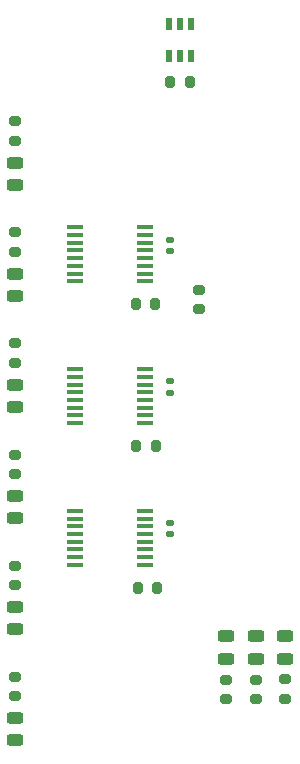
<source format=gbr>
%TF.GenerationSoftware,KiCad,Pcbnew,8.0.7*%
%TF.CreationDate,2025-01-18T12:10:45-08:00*%
%TF.ProjectId,plex-loader,706c6578-2d6c-46f6-9164-65722e6b6963,rev?*%
%TF.SameCoordinates,Original*%
%TF.FileFunction,Paste,Top*%
%TF.FilePolarity,Positive*%
%FSLAX46Y46*%
G04 Gerber Fmt 4.6, Leading zero omitted, Abs format (unit mm)*
G04 Created by KiCad (PCBNEW 8.0.7) date 2025-01-18 12:10:45*
%MOMM*%
%LPD*%
G01*
G04 APERTURE LIST*
G04 Aperture macros list*
%AMRoundRect*
0 Rectangle with rounded corners*
0 $1 Rounding radius*
0 $2 $3 $4 $5 $6 $7 $8 $9 X,Y pos of 4 corners*
0 Add a 4 corners polygon primitive as box body*
4,1,4,$2,$3,$4,$5,$6,$7,$8,$9,$2,$3,0*
0 Add four circle primitives for the rounded corners*
1,1,$1+$1,$2,$3*
1,1,$1+$1,$4,$5*
1,1,$1+$1,$6,$7*
1,1,$1+$1,$8,$9*
0 Add four rect primitives between the rounded corners*
20,1,$1+$1,$2,$3,$4,$5,0*
20,1,$1+$1,$4,$5,$6,$7,0*
20,1,$1+$1,$6,$7,$8,$9,0*
20,1,$1+$1,$8,$9,$2,$3,0*%
G04 Aperture macros list end*
%ADD10R,1.405599X0.350800*%
%ADD11RoundRect,0.243750X-0.456250X0.243750X-0.456250X-0.243750X0.456250X-0.243750X0.456250X0.243750X0*%
%ADD12RoundRect,0.243750X0.456250X-0.243750X0.456250X0.243750X-0.456250X0.243750X-0.456250X-0.243750X0*%
%ADD13RoundRect,0.140000X-0.170000X0.140000X-0.170000X-0.140000X0.170000X-0.140000X0.170000X0.140000X0*%
%ADD14RoundRect,0.200000X0.275000X-0.200000X0.275000X0.200000X-0.275000X0.200000X-0.275000X-0.200000X0*%
%ADD15R,0.508000X0.990600*%
%ADD16RoundRect,0.200000X-0.275000X0.200000X-0.275000X-0.200000X0.275000X-0.200000X0.275000X0.200000X0*%
%ADD17RoundRect,0.200000X-0.200000X-0.275000X0.200000X-0.275000X0.200000X0.275000X-0.200000X0.275000X0*%
G04 APERTURE END LIST*
D10*
%TO.C,U3*%
X63547199Y-95225001D03*
X63547199Y-95874999D03*
X63547199Y-96525001D03*
X63547199Y-97174999D03*
X63547199Y-97824998D03*
X63547199Y-98474999D03*
X63547199Y-99124998D03*
X63547199Y-99774999D03*
X69452801Y-99774999D03*
X69452801Y-99125001D03*
X69452801Y-98474999D03*
X69452801Y-97825001D03*
X69452801Y-97175002D03*
X69452801Y-96525001D03*
X69452801Y-95875002D03*
X69452801Y-95225001D03*
%TD*%
%TO.C,U2*%
X63547199Y-83225001D03*
X63547199Y-83874999D03*
X63547199Y-84525001D03*
X63547199Y-85174999D03*
X63547199Y-85824998D03*
X63547199Y-86474999D03*
X63547199Y-87124998D03*
X63547199Y-87774999D03*
X69452801Y-87774999D03*
X69452801Y-87125001D03*
X69452801Y-86474999D03*
X69452801Y-85825001D03*
X69452801Y-85175002D03*
X69452801Y-84525001D03*
X69452801Y-83875002D03*
X69452801Y-83225001D03*
%TD*%
%TO.C,U1*%
X63547199Y-71225001D03*
X63547199Y-71874999D03*
X63547199Y-72525001D03*
X63547199Y-73174999D03*
X63547199Y-73824998D03*
X63547199Y-74474999D03*
X63547199Y-75124998D03*
X63547199Y-75774999D03*
X69452801Y-75774999D03*
X69452801Y-75125001D03*
X69452801Y-74474999D03*
X69452801Y-73825001D03*
X69452801Y-73175002D03*
X69452801Y-72525001D03*
X69452801Y-71875002D03*
X69452801Y-71225001D03*
%TD*%
D11*
%TO.C,D9*%
X76331500Y-105850000D03*
X76331500Y-107725000D03*
%TD*%
%TO.C,D8*%
X78831500Y-105850000D03*
X78831500Y-107725000D03*
%TD*%
D12*
%TO.C,D7*%
X58500000Y-103348750D03*
X58500000Y-105223750D03*
%TD*%
%TO.C,D6*%
X58500000Y-95823750D03*
X58500000Y-93948750D03*
%TD*%
%TO.C,D4*%
X58500000Y-77023750D03*
X58500000Y-75148750D03*
%TD*%
%TO.C,D3*%
X58500000Y-67623750D03*
X58500000Y-65748750D03*
%TD*%
%TO.C,D2*%
X58500000Y-114623750D03*
X58500000Y-112748750D03*
%TD*%
D13*
%TO.C,C3*%
X71547199Y-96245001D03*
X71547199Y-97205001D03*
%TD*%
D14*
%TO.C,R13*%
X58500000Y-73298750D03*
X58500000Y-71648750D03*
%TD*%
%TO.C,R11*%
X58500000Y-110898750D03*
X58500000Y-109248750D03*
%TD*%
D15*
%TO.C,U5*%
X71500000Y-54000000D03*
X72449960Y-54000000D03*
X73399920Y-54000000D03*
X73399920Y-56692400D03*
X72449960Y-56692400D03*
X71500000Y-56692400D03*
%TD*%
D16*
%TO.C,R18*%
X76331500Y-111150000D03*
X76331500Y-109500000D03*
%TD*%
D17*
%TO.C,R7*%
X70500000Y-101725001D03*
X68850000Y-101725001D03*
%TD*%
D14*
%TO.C,R16*%
X58500000Y-99848750D03*
X58500000Y-101498750D03*
%TD*%
D17*
%TO.C,R3*%
X71600000Y-58900000D03*
X73250000Y-58900000D03*
%TD*%
D16*
%TO.C,R10*%
X74000000Y-76500000D03*
X74000000Y-78150000D03*
%TD*%
%TO.C,R4*%
X81331500Y-111132500D03*
X81331500Y-109482500D03*
%TD*%
D14*
%TO.C,R12*%
X58500000Y-63898750D03*
X58500000Y-62248750D03*
%TD*%
D13*
%TO.C,C1*%
X71547199Y-72245001D03*
X71547199Y-73205001D03*
%TD*%
D14*
%TO.C,R15*%
X58500000Y-92098750D03*
X58500000Y-90448750D03*
%TD*%
D16*
%TO.C,R17*%
X78831500Y-111150000D03*
X78831500Y-109500000D03*
%TD*%
D11*
%TO.C,D1*%
X81331500Y-105850000D03*
X81331500Y-107725000D03*
%TD*%
D13*
%TO.C,C2*%
X71547199Y-84266301D03*
X71547199Y-85226301D03*
%TD*%
D17*
%TO.C,R8*%
X68722199Y-89725001D03*
X70372199Y-89725001D03*
%TD*%
D12*
%TO.C,D5*%
X58500000Y-86423750D03*
X58500000Y-84548750D03*
%TD*%
D14*
%TO.C,R14*%
X58500000Y-82698750D03*
X58500000Y-81048750D03*
%TD*%
D17*
%TO.C,R9*%
X70325000Y-77725001D03*
X68675000Y-77725001D03*
%TD*%
M02*

</source>
